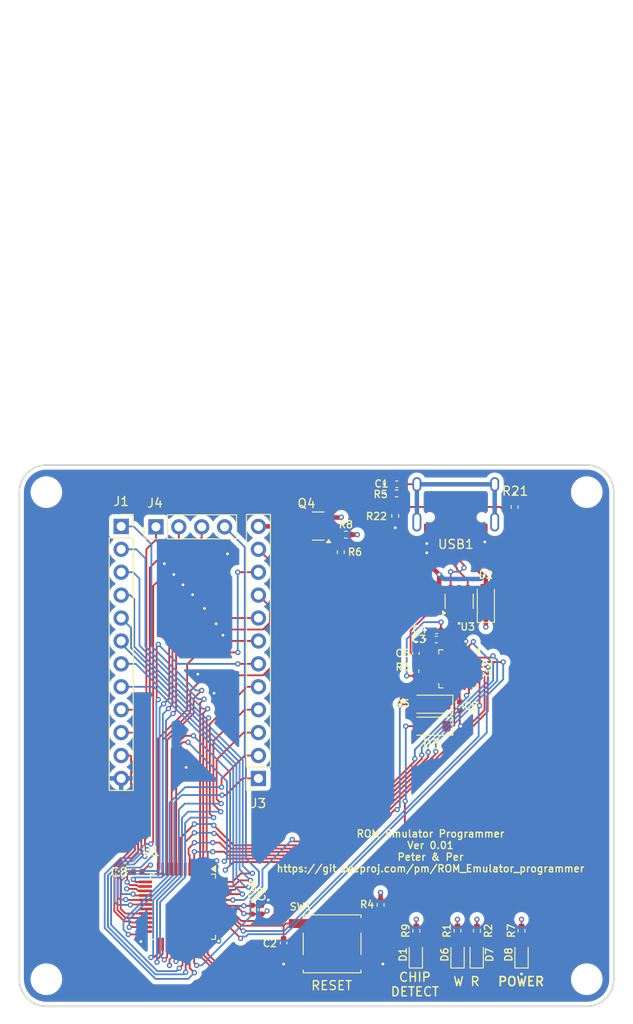
<source format=kicad_pcb>
(kicad_pcb
	(version 20240108)
	(generator "pcbnew")
	(generator_version "8.0")
	(general
		(thickness 1.6)
		(legacy_teardrops no)
	)
	(paper "A4")
	(title_block
		(title "ROM Emulator Programmer")
		(date "2024-11-04")
		(rev "0.02")
		(company "Peter & Per")
	)
	(layers
		(0 "F.Cu" signal)
		(1 "In1.Cu" signal)
		(2 "In2.Cu" signal)
		(31 "B.Cu" signal)
		(32 "B.Adhes" user "B.Adhesive")
		(33 "F.Adhes" user "F.Adhesive")
		(34 "B.Paste" user)
		(35 "F.Paste" user)
		(36 "B.SilkS" user "B.Silkscreen")
		(37 "F.SilkS" user "F.Silkscreen")
		(38 "B.Mask" user)
		(39 "F.Mask" user)
		(40 "Dwgs.User" user "User.Drawings")
		(41 "Cmts.User" user "User.Comments")
		(42 "Eco1.User" user "User.Eco1")
		(43 "Eco2.User" user "User.Eco2")
		(44 "Edge.Cuts" user)
		(45 "Margin" user)
		(46 "B.CrtYd" user "B.Courtyard")
		(47 "F.CrtYd" user "F.Courtyard")
		(48 "B.Fab" user)
		(49 "F.Fab" user)
		(50 "User.1" user)
		(51 "User.2" user)
		(52 "User.3" user)
		(53 "User.4" user)
		(54 "User.5" user)
		(55 "User.6" user)
		(56 "User.7" user)
		(57 "User.8" user)
		(58 "User.9" user)
	)
	(setup
		(stackup
			(layer "F.SilkS"
				(type "Top Silk Screen")
			)
			(layer "F.Paste"
				(type "Top Solder Paste")
			)
			(layer "F.Mask"
				(type "Top Solder Mask")
				(thickness 0.01)
			)
			(layer "F.Cu"
				(type "copper")
				(thickness 0.035)
			)
			(layer "dielectric 1"
				(type "prepreg")
				(thickness 0.1)
				(material "FR4")
				(epsilon_r 4.5)
				(loss_tangent 0.02)
			)
			(layer "In1.Cu"
				(type "copper")
				(thickness 0.035)
			)
			(layer "dielectric 2"
				(type "core")
				(thickness 1.24)
				(material "FR4")
				(epsilon_r 4.5)
				(loss_tangent 0.02)
			)
			(layer "In2.Cu"
				(type "copper")
				(thickness 0.035)
			)
			(layer "dielectric 3"
				(type "prepreg")
				(thickness 0.1)
				(material "FR4")
				(epsilon_r 4.5)
				(loss_tangent 0.02)
			)
			(layer "B.Cu"
				(type "copper")
				(thickness 0.035)
			)
			(layer "B.Mask"
				(type "Bottom Solder Mask")
				(thickness 0.01)
			)
			(layer "B.Paste"
				(type "Bottom Solder Paste")
			)
			(layer "B.SilkS"
				(type "Bottom Silk Screen")
			)
			(copper_finish "None")
			(dielectric_constraints no)
		)
		(pad_to_mask_clearance 0)
		(allow_soldermask_bridges_in_footprints no)
		(pcbplotparams
			(layerselection 0x00010fc_ffffffff)
			(plot_on_all_layers_selection 0x0000000_00000000)
			(disableapertmacros no)
			(usegerberextensions no)
			(usegerberattributes yes)
			(usegerberadvancedattributes yes)
			(creategerberjobfile yes)
			(dashed_line_dash_ratio 12.000000)
			(dashed_line_gap_ratio 3.000000)
			(svgprecision 4)
			(plotframeref no)
			(viasonmask no)
			(mode 1)
			(useauxorigin no)
			(hpglpennumber 1)
			(hpglpenspeed 20)
			(hpglpendiameter 15.000000)
			(pdf_front_fp_property_popups yes)
			(pdf_back_fp_property_popups yes)
			(dxfpolygonmode yes)
			(dxfimperialunits yes)
			(dxfusepcbnewfont yes)
			(psnegative no)
			(psa4output no)
			(plotreference yes)
			(plotvalue yes)
			(plotfptext yes)
			(plotinvisibletext no)
			(sketchpadsonfab no)
			(subtractmaskfromsilk no)
			(outputformat 1)
			(mirror no)
			(drillshape 1)
			(scaleselection 1)
			(outputdirectory "")
		)
	)
	(net 0 "")
	(net 1 "GND")
	(net 2 "+5V")
	(net 3 "/RX0")
	(net 4 "/UPDI")
	(net 5 "/D1")
	(net 6 "/A8")
	(net 7 "/A0")
	(net 8 "/D0")
	(net 9 "/A6")
	(net 10 "/D3")
	(net 11 "/A1")
	(net 12 "/A5")
	(net 13 "/A11")
	(net 14 "/A3")
	(net 15 "/CD_LED")
	(net 16 "/A10")
	(net 17 "/A7")
	(net 18 "/A9")
	(net 19 "unconnected-(U1-PC07-Pad19)")
	(net 20 "/D4")
	(net 21 "/D2")
	(net 22 "/A2")
	(net 23 "/D6")
	(net 24 "/USB_N")
	(net 25 "Net-(USB1-CC1)")
	(net 26 "Net-(USB1-CC2)")
	(net 27 "/VUSB")
	(net 28 "Net-(USB1-DP1)")
	(net 29 "Net-(USB1-DN1)")
	(net 30 "unconnected-(USB1-SBU2-Pad3)")
	(net 31 "unconnected-(USB1-SBU1-Pad9)")
	(net 32 "/A12")
	(net 33 "/A13")
	(net 34 "/D5")
	(net 35 "/D7")
	(net 36 "/A-1")
	(net 37 "/~{OE}")
	(net 38 "Net-(D6-A)")
	(net 39 "/~{BYTE}")
	(net 40 "/~{WE}")
	(net 41 "unconnected-(U1-PF03-Pad37)")
	(net 42 "/R_LED")
	(net 43 "Net-(D8-A)")
	(net 44 "/USB_P")
	(net 45 "/A4")
	(net 46 "Net-(Q4-G)")
	(net 47 "/~{VCC_EN}")
	(net 48 "/VCC_EN")
	(net 49 "Net-(D1-A)")
	(net 50 "/~{DCD}")
	(net 51 "/~{CTS}")
	(net 52 "/~{DSR}")
	(net 53 "Net-(D5-K)")
	(net 54 "/~{RI}")
	(net 55 "/~{RST}")
	(net 56 "Net-(U2-NC{slash}DCD_ECI{slash}VPP)")
	(net 57 "Net-(U2-~{RST})")
	(net 58 "/TX0")
	(net 59 "Net-(USB1-SHIELD)")
	(net 60 "/W_LED")
	(net 61 "Net-(D7-A)")
	(net 62 "unconnected-(U2-~{SUSPEND}{slash}RI_ECI-Pad17)")
	(net 63 "/~{RTS}")
	(net 64 "unconnected-(U2-CTS_ECI-Pad10)")
	(net 65 "unconnected-(U2-GPIO.1_ECI{slash}DSR_ECI-Pad14)")
	(net 66 "/~{DTR}")
	(net 67 "unconnected-(U2-RTS_ECI-Pad11)")
	(net 68 "/VIO")
	(net 69 "Net-(D3-K)")
	(footprint "Connector_PinSocket_2.54mm:PinSocket_1x12_P2.54mm_Vertical" (layer "F.Cu") (at 50.546 62.738 180))
	(footprint "Resistor_SMD:R_0402_1005Metric" (layer "F.Cu") (at 64.1096 76.7588 -90))
	(footprint "Resistor_SMD:R_0402_1005Metric" (layer "F.Cu") (at 74.803 79.627 90))
	(footprint "MountingHole:MountingHole_3mm" (layer "F.Cu") (at 87 31))
	(footprint "Connector_PinSocket_2.54mm:PinSocket_1x12_P2.54mm_Vertical" (layer "F.Cu") (at 35.306 34.798))
	(footprint "Diode_SMD:Nexperia_CFP3_SOD-123W" (layer "F.Cu") (at 75.7936 43.182 90))
	(footprint "Diode_SMD:D_SOD-123" (layer "F.Cu") (at 69.7728 56.9468 180))
	(footprint "Package_TO_SOT_SMD:SOT-23" (layer "F.Cu") (at 57.1777 34.7624 180))
	(footprint "MountingHole:MountingHole_3mm" (layer "F.Cu") (at 27 85))
	(footprint "Package_DFN_QFN:QFN-24-1EP_4x4mm_P0.5mm_EP2.6x2.6mm" (layer "F.Cu") (at 72.6748 50.5905 -90))
	(footprint "ROM_Emulator_programmer:SW_Push_1P1T_NO_CK_K2-1102SP-C4SC-04" (layer "F.Cu") (at 58.7248 81.0768 180))
	(footprint "Resistor_SMD:R_0402_1005Metric" (layer "F.Cu") (at 65.7352 33.6296 90))
	(footprint "Resistor_SMD:R_0402_1005Metric" (layer "F.Cu") (at 65.8876 31.1404 180))
	(footprint "Capacitor_SMD:C_0402_1005Metric" (layer "F.Cu") (at 49.8348 77.2948 -90))
	(footprint "Capacitor_SMD:C_0402_1005Metric" (layer "F.Cu") (at 72.898 54.7396 90))
	(footprint "Resistor_SMD:R_0402_1005Metric" (layer "F.Cu") (at 67.9704 50.8508 90))
	(footprint "ROM_Emulator_programmer:HRO-TYPE-C-31-M-12" (layer "F.Cu") (at 72.458 27.532 180))
	(footprint "MountingHole:MountingHole_3mm" (layer "F.Cu") (at 27 31))
	(footprint "Connector_PinHeader_2.54mm:PinHeader_1x04_P2.54mm_Vertical" (layer "F.Cu") (at 39.1668 34.8488 90))
	(footprint "Package_QFP:TQFP-48_7x7mm_P0.5mm" (layer "F.Cu") (at 42.164 76.962 -90))
	(footprint "Capacitor_SMD:C_0402_1005Metric" (layer "F.Cu") (at 70.3072 47.3456))
	(footprint "Diode_SMD:D_SOD-123" (layer "F.Cu") (at 69.7748 54.5084 180))
	(footprint "LED_SMD:LED_0603_1608Metric" (layer "F.Cu") (at 74.7776 82.2705 90))
	(footprint "MountingHole:MountingHole_3mm" (layer "F.Cu") (at 87 85))
	(footprint "LED_SMD:LED_0603_1608Metric" (layer "F.Cu") (at 72.6522 82.2705 90))
	(footprint "Capacitor_SMD:C_0402_1005Metric" (layer "F.Cu") (at 65.9104 30.1244 180))
	(footprint "Resistor_SMD:R_0402_1005Metric" (layer "F.Cu") (at 72.644 79.627 90))
	(footprint "LED_SMD:LED_0603_1608Metric"
		(layer "F.Cu")
		(uuid "ab21e81e-f539-4c64-8a1f-2f876f2db6c7")
		(at 68.0212 82.2705 90)
		(descr "LED SMD 0603 (1608 Metric), square (rectangular) end terminal, IPC_7351 nominal, (Body size source: http://www.tortai-tech.com/upload/download/2011102023233369053.pdf), generated with kicad-footprint-generator")
		(tags "LED")
		(property "Reference" "D1"
			(at 0 -1.43 90)
			(layer "F.SilkS")
			(uuid "2c77bf36-273d-4f5f-b56c-2780b5aa2be4")
			(effects
				(font
					(size 0.8 0.8)
					(thickness 0.15)
				)
			)
		)
		(property "Value" "GREEN"
			(at 0 1.43 90)
			(layer "F.Fab")
			(uuid "62aff63a-17ba-4462-b466-0374f1ce28c8")
			(effects
				(font
					(size 1 1)
					(thickness 0.15)
				)
			)
		)
		(property "Footprint" "LED_SMD:LED_0603_1608Metric"
			(at 0 0 90)
			(unlocked yes)
			(layer "F.Fab")
			(hide yes)
			(uuid "883d8150-52be-4ab8-9b38-a638973ae420")
			(effects
				(font
					(size 1.27 1.27)
					(thickness 0.15)
				)
			)
		)
		(property "Datasheet" ""
			(at 0 0 90)
			(unlocked yes)
			(layer "F.Fab")
			(hide yes)
			(uuid "9efcb7c7-9a5c-472b-8e1a-48fa6f39e5df")
			(effects
				(font
					(size 1.27 1.27)
					(thickness 0.15)
				)
			)
		)
		(property "Description" "Light emitting diode"
			(at 0 0 90)
			(unlocked yes)
			(layer "F.Fab")
			(hide yes)
			(uuid "3b268d8f-3b53-4250-97ff-549547426ce4")
			(effects
				(font
					(size 1.27 1.27)
					(thickness 0.15)
				)
			)
		)
		(property "VOLTAGE" ""
			(at 0 0 90)
			(unlocked yes)
			(layer "F.Fab")
			(hide yes)
			(uuid "efd21516-7cea-4331-a645-1745866a2799")
			(effects
				(font
					(size 1 1)
					(thickness 0.15)
				)
			)
		)
		(property "LCSC" "C84264"
			(at 0 0 90)
			(unlocked yes)
			(layer "F.Fab")
			(hide yes)
			(uuid "d43e33ef-ed35-4723-9699-8d370f276e71")
			(effects
				(font
					(size 1 1)
					(thickness 0.15)
				)
			)
		)
		(property "OC_FARNELL" ""
			(at 0 0 90)
			(unlocked yes)
			(layer "F.Fab")
			(hide yes)
			(uuid "497d5efe-5e32-47da-867a-5d0302be1182")
			(effects
				(font
					(size 1 1)
					(thickness 0.15)
				)
			)
		)
		(property "OC_NEWARK" ""
			(at 0 0 90)
			(unlocked yes)
			(layer "F.Fab")
			(hide yes)
			(uuid "76ad25bd-6d77-45b6-81f1-903d2eb118ea")
			(effects
				(font
					(size 1 1)
					(thickness 0.15)
				)
			)
		)
		(property "PACKAGE" ""
			(at 0 0 90)
			(unlocked yes)
			(layer "F.Fab")
			(hide yes)
			(uuid "759dddfa-ca54-4c14-ac9a-cfb6376cec66")
			(effects
				(font
					(size 1 1)
					(thickness 0.15)
				)
			)
		)
		(property "Purchase-URL" ""
			(at 0 0 90)
			(unlocked yes)
			(layer "F.Fab")
			(hide yes)
			(uuid "67d5eda6-cb17-4e75-b9e0-aeba5026013d")
			(effects
				(font
					(size 1 1)
					(thickness 0.15)
				)
			)
		)
		(property "SUPPLIER" ""
			(at 0 0 90)
			(unlocked yes)
			(layer "F.Fab")
			(hide yes)
			(uuid "5f54260d-d2b3-42ca-81fc-b857e19b5164")
			(effects
				(font
					(size 1 1)
					(thickness 0.15)
				)
			)
		)
		(property ki_fp_filters "LED* LED_SMD:* LED_THT:*")
		(path "/fde9822f-363e-44b0-ab4c-e502766ecfc0")
		(sheetname "Root")
		(sheetfile "ROM_Emulator_programmer.kicad_sch")
		(attr smd)
		(fp_line
			(start 0.8 -0.735)
			(end -1.485 -0.735)
			(stroke
				(width 0.12)
				(type solid)
			)
			(layer "F.SilkS")
			(uuid "7273801f-5525-451d-9528-3be323efef8a")
		)
		(fp_line
			(start -1.485 -0.735)
			(end -1.485 0.735)
			(stroke
				(width 0.12)
				(type solid)
			)
			(layer "F.SilkS")
			(uuid "6c482ff6-7760-4a3a-8111-917317b644f4")
		)
		(fp_line
			(start -1.485 0.735)
			(end 0.8 0.735)
			(stroke
				(width 0.12)
				(type solid)
			)
			(layer "F.SilkS")
			(uuid "df52
... [561606 chars truncated]
</source>
